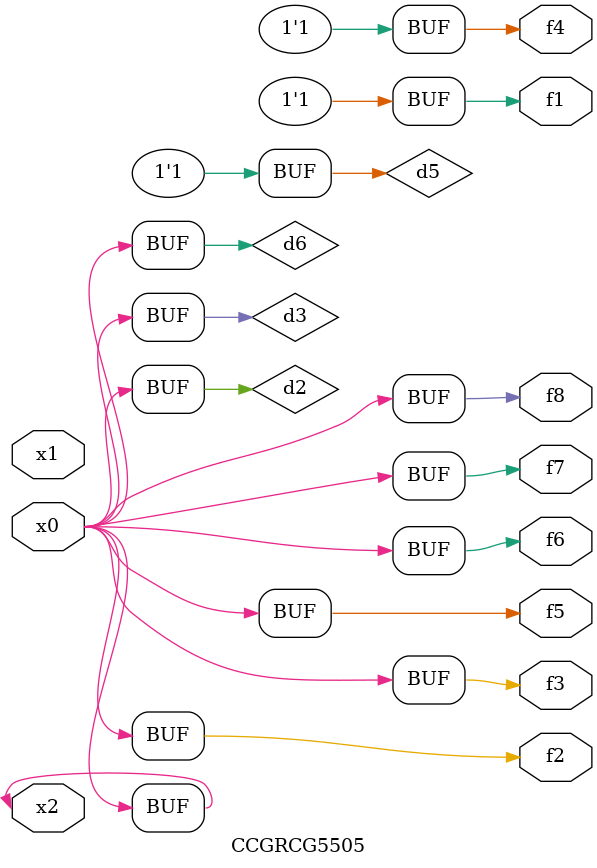
<source format=v>
module CCGRCG5505(
	input x0, x1, x2,
	output f1, f2, f3, f4, f5, f6, f7, f8
);

	wire d1, d2, d3, d4, d5, d6;

	xnor (d1, x2);
	buf (d2, x0, x2);
	and (d3, x0);
	xnor (d4, x1, x2);
	nand (d5, d1, d3);
	buf (d6, d2, d3);
	assign f1 = d5;
	assign f2 = d6;
	assign f3 = d6;
	assign f4 = d5;
	assign f5 = d6;
	assign f6 = d6;
	assign f7 = d6;
	assign f8 = d6;
endmodule

</source>
